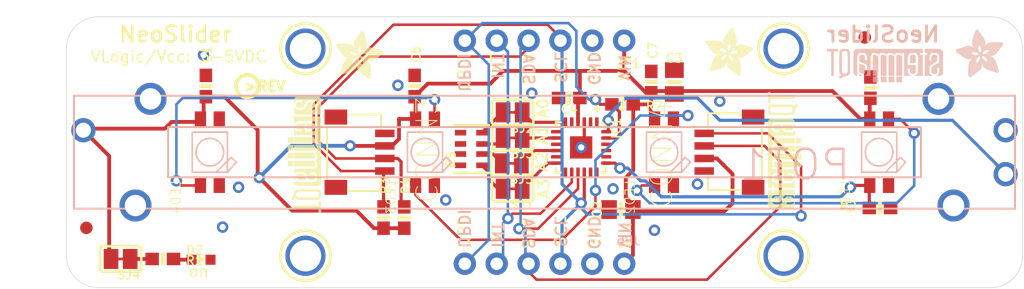
<source format=kicad_pcb>
(kicad_pcb (version 20211014) (generator pcbnew)
  (layers (0 "F.Cu" signal) (31 "B.Cu" signal) (34 "B.Paste" user) (35 "F.Paste" user) (36 "B.SilkS" user "B.Silkscreen") (37 "F.SilkS" user "F.Silkscreen") (38 "B.Mask" user) (39 "F.Mask" user) (44 "Edge.Cuts" user))
  (net 0 "")
  (net 1 "GND")
  (net 2 "NEO_IN")
  (net 3 "SDA")
  (net 4 "SCL")
  (net 5 "INT")
  (net 6 "VCC")
  (net 7 "N$1")
  (net 8 "N$2")
  (net 9 "N$3")
  (net 10 "N$4")
  (net 11 "UPDI")
  (net 12 "A0")
  (net 13 "A1")
  (net 14 "A2")
  (net 15 "A3")
  (net 16 "AIN")
  (net 17 "N$5")
  (net 18 "N$6")
  (net 19 "N$7")
  (net 20 "N$8")
  (net 21 "N$9")
  (footprint "boardEagle:ADAFRUIT_3.5MM" (layer "F.Cu") (at 131.8641 99.1616)
    (fp_text reference "U$2" hide)
    (fp_text value "" hide)
  )
  (footprint "boardEagle:PCBFEAT-REV-040" (layer "F.Cu") (at 124.8156 99.7331)
    (fp_text reference "U$25" hide)
    (fp_text value "" hide)
    (fp_text user ">REV" (at -0.3556 0.508) (layer "F.SilkS") (effects (font (size 0.8128 0.8128) (thickness 0.2032)) (justify left bottom)))
  )
  (footprint "boardEagle:0603-NO" (layer "F.Cu") (at 138.1506 99.7331 90)
    (fp_text reference "C6" (at 1.778 0.127 90) (layer "F.SilkS") (effects (font (size 0.692831 0.692831) (thickness 0.119969)) (justify left)))
    (fp_text value "1uF")
    (pad "1" smd rect (at -0.85 0 90) (size 1.075 1) (layers "F.Cu" "F.Paste" "F.Mask") (net 6 "VCC"))
    (pad "2" smd rect (at 0.85 0 90) (size 1.075 1) (layers "F.Cu" "F.Paste" "F.Mask") (net 1 "GND"))
  )
  (footprint "boardEagle:MOUNTINGHOLE_2.5_PLATED" (layer "F.Cu") (at 167.5511 113.2586)
    (fp_text reference "U$19" hide)
    (fp_text value "MOUNTINGHOLE2.5" hide)
    (pad "P$1" thru_hole circle (at 0 0) (size 3.2 3.2) (drill 2.5) (layers *.Cu *.Mask))
  )
  (footprint "boardEagle:0603-NO" (layer "F.Cu") (at 150.4696 100.6856 180)
    (fp_text reference "C4" (at -0.762 -0.889) (layer "F.SilkS") (effects (font (size 0.692831 0.692831) (thickness 0.119969)) (justify right)))
    (fp_text value "0.1uF")
    (pad "1" smd rect (at -0.85 0 180) (size 1.075 1) (layers "F.Cu" "F.Paste" "F.Mask") (net 6 "VCC"))
    (pad "2" smd rect (at 0.85 0 180) (size 1.075 1) (layers "F.Cu" "F.Paste" "F.Mask") (net 1 "GND"))
  )
  (footprint "boardEagle:0603-NO" (layer "F.Cu") (at 135.6741 110.2106 90)
    (fp_text reference "R3" (at 1.778 0.127 90) (layer "F.SilkS") (effects (font (size 0.692831 0.692831) (thickness 0.119969)) (justify left)))
    (fp_text value "10K")
    (pad "1" smd rect (at -0.85 0 90) (size 1.075 1) (layers "F.Cu" "F.Paste" "F.Mask") (net 6 "VCC"))
    (pad "2" smd rect (at 0.85 0 90) (size 1.075 1) (layers "F.Cu" "F.Paste" "F.Mask") (net 4 "SCL"))
  )
  (footprint "boardEagle:0805-NO" (layer "F.Cu") (at 154.5971 109.5756 180)
    (fp_text reference "C2" (at 1.905 -0.762 90) (layer "F.SilkS") (effects (font (size 0.692831 0.692831) (thickness 0.119969)) (justify left)))
    (fp_text value "10uF")
    (pad "1" smd rect (at -0.95 0 180) (size 1.24 1.5) (layers "F.Cu" "F.Paste" "F.Mask") (net 6 "VCC"))
    (pad "2" smd rect (at 0.95 0 180) (size 1.24 1.5) (layers "F.Cu" "F.Paste" "F.Mask") (net 1 "GND"))
  )
  (footprint "boardEagle:STEMMAQT" (layer "F.Cu") (at 168.9481 109.4486 90)
    (fp_text reference "U$31" hide)
    (fp_text value "" hide)
  )
  (footprint "boardEagle:SOLDERJUMPER_CLOSEDWIRE" (layer "F.Cu") (at 114.7191 113.5126 180)
    (fp_text reference "SJ4" (at -1.651 -1.27) (layer "F.SilkS") (effects (font (size 0.692831 0.692831) (thickness 0.119969)) (justify right)))
    (fp_text value "")
    (pad "1" smd rect (at -0.762 0 180) (size 1.1684 1.6002) (layers "F.Cu") (net 21 "N$9"))
    (pad "2" smd rect (at 0.762 0 180) (size 1.1684 1.6002) (layers "F.Cu") (net 6 "VCC"))
    (pad "WIRE" smd rect (at 0 0) (size 0.635 0.2032) (layers "F.Cu"))
  )
  (footprint "boardEagle:0603-NO" (layer "F.Cu") (at 174.4726 99.8601 90)
    (fp_text reference "C5" (at 1.778 0.127 90) (layer "F.SilkS") (effects (font (size 0.692831 0.692831) (thickness 0.119969)) (justify left)))
    (fp_text value "1uF")
    (pad "1" smd rect (at -0.85 0 90) (size 1.075 1) (layers "F.Cu" "F.Paste" "F.Mask") (net 6 "VCC"))
    (pad "2" smd rect (at 0.85 0 90) (size 1.075 1) (layers "F.Cu" "F.Paste" "F.Mask") (net 1 "GND"))
  )
  (footprint "boardEagle:ADAFRUIT_3.5MM" (layer "F.Cu") (at 161.3281 98.9076)
    (fp_text reference "U$9" hide)
    (fp_text value "" hide)
  )
  (footprint "boardEagle:FIDUCIAL_1MM" (layer "F.Cu") (at 174.0281 95.8596)
    (fp_text reference "FID1" hide)
    (fp_text value "FIDUCIAL_1MM" hide)
    (pad "1" smd roundrect (at 0 0) (size 1 1) (layers "F.Cu" "F.Mask") (roundrect_rratio 0.5))
  )
  (footprint "boardEagle:0603-NO" (layer "F.Cu") (at 121.5136 99.7331 90)
    (fp_text reference "C1" (at 1.778 0.127 90) (layer "F.SilkS") (effects (font (size 0.692831 0.692831) (thickness 0.119969)) (justify left)))
    (fp_text value "1uF")
    (pad "1" smd rect (at -0.85 0 90) (size 1.075 1) (layers "F.Cu" "F.Paste" "F.Mask") (net 6 "VCC"))
    (pad "2" smd rect (at 0.85 0 90) (size 1.075 1) (layers "F.Cu" "F.Paste" "F.Mask") (net 1 "GND"))
  )
  (footprint "boardEagle:0603-NO" (layer "F.Cu") (at 175.2346 109.4486 180)
    (fp_text reference "R2" (at 1.778 0.127) (layer "F.SilkS") (effects (font (size 0.692831 0.692831) (thickness 0.119969)) (justify right)))
    (fp_text value "10K")
    (pad "1" smd rect (at -0.85 0 180) (size 1.075 1) (layers "F.Cu" "F.Paste" "F.Mask") (net 1 "GND"))
    (pad "2" smd rect (at 0.85 0 180) (size 1.075 1) (layers "F.Cu" "F.Paste" "F.Mask") (net 2 "NEO_IN"))
  )
  (footprint "boardEagle:FIDUCIAL_1MM" (layer "F.Cu") (at 111.9886 111.0361)
    (fp_text reference "FID2" hide)
    (fp_text value "FIDUCIAL_1MM" hide)
    (pad "1" smd roundrect (at 0 0) (size 1 1) (layers "F.Cu" "F.Mask") (roundrect_rratio 0.5))
  )
  (footprint "boardEagle:1X06_ROUND_70" (layer "F.Cu") (at 148.5011 96.1136 180)
    (fp_text reference "JP1" (at -7.6962 -1.8288) (layer "F.SilkS") (effects (font (size 0.692831 0.692831) (thickness 0.119969)) (justify right)))
    (fp_text value "")
    (pad "1" thru_hole circle (at -6.35 0 270) (size 1.778 1.778) (drill 1) (layers *.Cu *.Mask) (net 6 "VCC"))
    (pad "2" thru_hole circle (at -3.81 0 270) (size 1.778 1.778) (drill 1) (layers *.Cu *.Mask) (net 1 "GND"))
    (pad "3" thru_hole circle (at -1.27 0 270) (size 1.778 1.778) (drill 1) (layers *.Cu *.Mask) (net 4 "SCL"))
    (pad "4" thru_hole circle (at 1.27 0 270) (size 1.778 1.778) (drill 1) (layers *.Cu *.Mask) (net 3 "SDA"))
    (pad "5" thru_hole circle (at 3.81 0 270) (size 1.778 1.778) (drill 1) (layers *.Cu *.Mask) (net 5 "INT"))
    (pad "6" thru_hole circle (at 6.35 0 270) (size 1.778 1.778) (drill 1) (layers *.Cu *.Mask) (net 11 "UPDI"))
  )
  (footprint "boardEagle:MOUNTINGHOLE_2.5_PLATED" (layer "F.Cu") (at 167.5511 96.7486)
    (fp_text reference "U$3" hide)
    (fp_text value "MOUNTINGHOLE2.5" hide)
    (pad "P$1" thru_hole circle (at 0 0) (size 3.2 3.2) (drill 2.5) (layers *.Cu *.Mask))
  )
  (footprint "boardEagle:MOUNTINGHOLE_2.5_PLATED" (layer "F.Cu") (at 129.4511 96.7486)
    (fp_text reference "U$17" hide)
    (fp_text value "MOUNTINGHOLE2.5" hide)
    (pad "P$1" thru_hole circle (at 0 0) (size 3.2 3.2) (drill 2.5) (layers *.Cu *.Mask))
  )
  (footprint "boardEagle:RESPACK_4X0603" (layer "F.Cu") (at 142.6591 104.7496 90)
    (fp_text reference "R5" (at -1.6 -1.6 90) (layer "F.SilkS") (effects (font (size 0.692831 0.692831) (thickness 0.119969)) (justify left)))
    (fp_text value "10K")
    (pad "1" smd rect (at -1.3 0.85 90) (size 0.45 0.9) (layers "F.Cu" "F.Paste" "F.Mask") (net 17 "N$5"))
    (pad "2" smd rect (at -0.4 0.85 90) (size 0.45 0.9) (layers "F.Cu" "F.Paste" "F.Mask") (net 18 "N$6"))
    (pad "3" smd rect (at 0.4 0.85 90) (size 0.45 0.9) (layers "F.Cu" "F.Paste" "F.Mask") (net 19 "N$7"))
    (pad "4" smd rect (at 1.3 0.85 90) (size 0.45 0.9) (layers "F.Cu" "F.Paste" "F.Mask") (net 20 "N$8"))
    (pad "5" smd rect (at 1.3 -0.85 90) (size 0.45 0.9) (layers "F.Cu" "F.Paste" "F.Mask") (net 1 "GND"))
    (pad "6" smd rect (at 0.4 -0.85 90) (size 0.45 0.9) (layers "F.Cu" "F.Paste" "F.Mask") (net 1 "GND"))
    (pad "7" smd rect (at -0.4 -0.85 90) (size 0.45 0.9) (layers "F.Cu" "F.Paste" "F.Mask") (net 1 "GND"))
    (pad "8" smd rect (at -1.3 -0.85 90) (size 0.45 0.9) (layers "F.Cu" "F.Paste" "F.Mask") (net 1 "GND"))
  )
  (footprint "boardEagle:QFN24_4MM" (layer "F.Cu") (at 151.4221 104.6226 -90)
    (fp_text reference "IC1" (at -2.45 -2.8 90) (layer "F.SilkS") (effects (font (size 0.692831 0.692831) (thickness 0.119969)) (justify right)))
    (fp_text value "ATTINY8X7-MU")
    (pad "1" smd roundrect (at -2 -1.25 90) (size 0.8 0.28) (layers "F.Cu" "F.Paste" "F.Mask"))
    (pad "2" smd roundrect (at -2 -0.75 90) (size 0.8 0.28) (layers "F.Cu" "F.Paste" "F.Mask"))
    (pad "3" smd roundrect (at -2 -0.25 90) (size 0.8 0.28) (layers "F.Cu" "F.Paste" "F.Mask") (net 1 "GND"))
    (pad "4" smd roundrect (at -2 0.25 90) (size 0.8 0.28) (layers "F.Cu" "F.Paste" "F.Mask") (net 6 "VCC"))
    (pad "5" smd roundrect (at -2 0.75 90) (size 0.8 0.28) (layers "F.Cu" "F.Paste" "F.Mask"))
    (pad "6" smd roundrect (at -2 1.25 90) (size 0.8 0.28) (layers "F.Cu" "F.Paste" "F.Mask") (net 12 "A0"))
    (pad "7" smd roundrect (at -1.25 2) (size 0.8 0.28) (layers "F.Cu" "F.Paste" "F.Mask"))
    (pad "8" smd roundrect (at -0.75 2) (size 0.8 0.28) (layers "F.Cu" "F.Paste" "F.Mask") (net 13 "A1"))
    (pad "9" smd roundrect (at -0.25 2) (size 0.8 0.28) (layers "F.Cu" "F.Paste" "F.Mask"))
    (pad "10" smd roundrect (at 0.25 2) (size 0.8 0.28) (layers "F.Cu" "F.Paste" "F.Mask") (net 14 "A2"))
    (pad "11" smd roundrect (at 0.75 2) (size 0.8 0.28) (layers "F.Cu" "F.Paste" "F.Mask"))
    (pad "12" smd roundrect (at 1.25 2) (size 0.8 0.28) (layers "F.Cu" "F.Paste" "F.Mask") (net 15 "A3"))
    (pad "13" smd roundrect (at 2 1.25 270) (size 0.8 0.28) (layers "F.Cu" "F.Paste" "F.Mask"))
    (pad "14" smd roundrect (at 2 0.75 270) (size 0.8 0.28) (layers "F.Cu" "F.Paste" "F.Mask") (net 5 "INT"))
    (pad "15" smd roundrect (at 2 0.25 270) (size 0.8 0.28) (layers "F.Cu" "F.Paste" "F.Mask") (net 3 "SDA"))
    (pad "16" smd roundrect (at 2 -0.25 270) (size 0.8 0.28) (layers "F.Cu" "F.Paste" "F.Mask") (net 4 "SCL"))
    (pad "17" smd roundrect (at 2 -0.75 270) (size 0.8 0.28) (layers "F.Cu" "F.Paste" "F.Mask"))
    (pad "18" smd roundrect (at 2 -1.25 270) (size 0.8 0.28) (layers "F.Cu" "F.Paste" "F.Mask"))
    (pad "19" smd roundrect (at 1.25 -2 180) (size 0.8 0.28) (layers "F.Cu" "F.Paste" "F.Mask") (net 2 "NEO_IN"))
    (pad "20" smd roundrect (at 0.75 -2 180) (size 0.8 0.28) (layers "F.Cu" "F.Paste" "F.Mask"))
    (pad "21" smd roundrect (at 0.25 -2 180) (size 0.8 0.28) (layers "F.Cu" "F.Paste" "F.Mask"))
    (pad "22" smd roundrect (at -0.25 -2 180) (size 0.8 0.28) (layers "F.Cu" "F.Paste" "F.Mask"))
    (pad "23" smd roundrect (at -0.75 -2 180) (size 0.8 0.28) (layers "F.Cu" "F.Paste" "F.Mask") (net 11 "UPDI"))
    (pad "24" smd roundrect (at -1.25 -2 180) (size 0.8 0.28) (layers "F.Cu" "F.Paste" "F.Mask") (net 16 "AIN"))
    (pad "THERM" smd rect (at 0 0 270) (size 1.778 1.778) (layers "F.Cu" "F.Mask") (net 1 "GND"))
  )
  (footprint "boardEagle:JST_SH4" (layer "F.Cu") (at 163.7411 105.0036 90)
    (fp_text reference "CONN4" (at -4.6 -5.9 90) (layer "F.SilkS") (effects (font (size 1.703222 1.703222) (thickness 0.074778)) (justify left)))
    (fp_text value "STEMMA_I2C_QT" hide)
    (pad "1" smd rect (at -1.5 -2.514 180) (size 1.55 0.6) (layers "F.Cu" "F.Paste" "F.Mask") (net 1 "GND"))
    (pad "2" smd rect (at -0.5 -2.514 180) (size 1.55 0.6) (layers "F.Cu" "F.Paste" "F.Mask") (net 6 "VCC"))
    (pad "3" smd rect (at 0.5 -2.514 180) (size 1.55 0.6) (layers "F.Cu" "F.Paste" "F.Mask") (net 3 "SDA"))
    (pad "4" smd rect (at 1.5 -2.514 180) (size 1.55 0.6) (layers "F.Cu" "F.Paste" "F.Mask") (net 4 "SCL"))
    (pad "MT1" smd rect (at -2.8 1.386 180) (size 1.8 1.2) (layers "F.Cu" "F.Paste" "F.Mask") (net 1 "GND"))
    (pad "MT2" smd rect (at 2.8 1.386 180) (size 1.8 1.2) (layers "F.Cu" "F.Paste" "F.Mask") (net 1 "GND"))
  )
  (footprint "boardEagle:MOUNTINGHOLE_2.5_PLATED" (layer "F.Cu") (at 129.4511 113.2586)
    (fp_text reference "U$21" hide)
    (fp_text value "MOUNTINGHOLE2.5" hide)
    (pad "P$1" thru_hole circle (at 0 0) (size 3.2 3.2) (drill 2.5) (layers *.Cu *.Mask))
  )
  (footprint "boardEagle:STEMMAQT" (layer "F.Cu") (at 128.0541 100.5586 -90)
    (fp_text reference "U$30" hide)
    (fp_text value "" hide)
  )
  (footprint "boardEagle:0603-NO" (layer "F.Cu") (at 118.0846 113.5126)
    (fp_text reference "R1" (at 1.778 0.127) (layer "F.SilkS") (effects (font (size 0.692831 0.692831) (thickness 0.119969)) (justify left)))
    (fp_text value "10K")
    (pad "1" smd rect (at -0.85 0) (size 1.075 1) (layers "F.Cu" "F.Paste" "F.Mask") (net 21 "N$9"))
    (pad "2" smd rect (at 0.85 0) (size 1.075 1) (layers "F.Cu" "F.Paste" "F.Mask") (net 7 "N$1"))
  )
  (footprint "boardEagle:SOLDERJUMPER_CLOSEDWIRE" (layer "F.Cu") (at 145.9611 107.9246 180)
    (fp_text reference "SJ1" (at -1.778 -1.27) (layer "F.SilkS") (effects (font (size 0.692831 0.692831) (thickness 0.119969)) (justify right)))
    (fp_text value "")
    (pad "1" smd rect (at -0.762 0 180) (size 1.1684 1.6002) (layers "F.Cu") (net 15 "A3"))
    (pad "2" smd rect (at 0.762 0 180) (size 1.1684 1.6002) (layers "F.Cu") (net 17 "N$5"))
    (pad "WIRE" smd rect (at 0 0) (size 0.635 0.2032) (layers "F.Cu"))
  )
  (footprint "boardEagle:CHIPLED_0603_NOOUTLINE" (layer "F.Cu") (at 121.1326 113.5761 -90)
    (fp_text reference "D2" (at -0.762 1.27) (layer "F.SilkS") (effects (font (size 0.692831 0.692831) (thickness 0.119969)) (justify left)))
    (fp_text value "GREEN")
    (pad "A" smd rect (at 0 0.75 270) (size 0.8 0.8) (layers "F.Cu" "F.Paste" "F.Mask") (net 7 "N$1"))
    (pad "C" smd rect (at 0 -0.75 270) (size 0.8 0.8) (layers "F.Cu" "F.Paste" "F.Mask") (net 1 "GND"))
  )
  (footprint "boardEagle:0603-NO" (layer "F.Cu") (at 137.3251 110.2106 90)
    (fp_text reference "R4" (at 1.778 0.127 90) (layer "F.SilkS") (effects (font (size 0.692831 0.692831) (thickness 0.119969)) (justify left)))
    (fp_text value "10K")
    (pad "1" smd rect (at -0.85 0 90) (size 1.075 1) (layers "F.Cu" "F.Paste" "F.Mask") (net 6 "VCC"))
    (pad "2" smd rect (at 0.85 0 90) (size 1.075 1) (layers "F.Cu" "F.Paste" "F.Mask") (net 3 "SDA"))
  )
  (footprint "boardEagle:SOLDERJUMPER_CLOSEDWIRE" (layer "F.Cu") (at 145.8976 105.8926 180)
    (fp_text reference "SJ5" (at -1.778 -1.27) (layer "F.SilkS") (effects (font (size 0.692831 0.692831) (thickness 0.119969)) (justify right)))
    (fp_text value "")
    (pad "1" smd rect (at -0.762 0 180) (size 1.1684 1.6002) (layers "F.Cu") (net 14 "A2"))
    (pad "2" smd rect (at 0.762 0 180) (size 1.1684 1.6002) (layers "F.Cu") (net 18 "N$6"))
    (pad "WIRE" smd rect (at 0 0) (size 0.635 0.2032) (layers "F.Cu"))
  )
  (footprint "boardEagle:JST_SH4" (layer "F.Cu") (at 133.2611 105.0036 -90)
    (fp_text reference "CONN3" (at -4.6 -5.9 90) (layer "F.SilkS") (effects (font (size 1.703222 1.703222) (thickness 0.074778)) (justify right)))
    (fp_text value "STEMMA_I2C_QT" hide)
    (pad "1" smd rect (at -1.5 -2.514) (size 1.55 0.6) (layers "F.Cu" "F.Paste" "F.Mask") (net 1 "GND"))
    (pad "2" smd rect (at -0.5 -2.514) (size 1.55 0.6) (layers "F.Cu" "F.Paste" "F.Mask") (net 6 "VCC"))
    (pad "3" smd rect (at 0.5 -2.514) (size 1.55 0.6) (layers "F.Cu" "F.Paste" "F.Mask") (net 3 "SDA"))
    (pad "4" smd rect (at 1.5 -2.514) (size 1.55 0.6) (layers "F.Cu" "F.Paste" "F.Mask") (net 4 "SCL"))
    (pad "MT1" smd rect (at -2.8 1.386) (size 1.8 1.2) (layers "F.Cu" "F.Paste" "F.Mask") (net 1 "GND"))
    (pad "MT2" smd rect (at 2.8 1.386) (size 1.8 1.2) (layers "F.Cu" "F.Paste" "F.Mask") (net 1 "GND"))
  )
  (footprint "boardEagle:0603-NO" (layer "F.Cu") (at 154.7241 101.1936)
    (fp_text reference "R7" (at 1.778 0.127) (layer "F.SilkS") (effects (font (size 0.692831 0.692831) (thickness 0.119969)) (justify left)))
    (fp_text value "10K")
    (pad "1" smd rect (at -0.85 0) (size 1.075 1) (layers "F.Cu" "F.Paste" "F.Mask") (net 11 "UPDI"))
    (pad "2" smd rect (at 0.85 0) (size 1.075 1) (layers "F.Cu" "F.Paste" "F.Mask") (net 6 "VCC"))
  )
  (footprint "boardEagle:0805-NO" (layer "F.Cu") (at 158.8516 99.4156 90)
    (fp_text reference "C3" (at 1.905 -0.762) (layer "F.SilkS") (effects (font (size 0.692831 0.692831) (thickness 0.119969)) (justify left)))
    (fp_text value "10uF")
    (pad "1" smd rect (at -0.95 0 90) (size 1.24 1.5) (layers "F.Cu" "F.Paste" "F.Mask") (net 6 "VCC"))
    (pad "2" smd rect (at 0.95 0 90) (size 1.24 1.5) (layers "F.Cu" "F.Paste" "F.Mask") (net 1 "GND"))
  )
  (footprint "boardEagle:SOLDERJUMPER_CLOSEDWIRE" (layer "F.Cu") (at 145.9611 101.8286 180)
    (fp_text reference "SJ2" (at -1.778 -1.27) (layer "F.SilkS") (effects (font (size 0.692831 0.692831) (thickness 0.119969)) (justify right)))
    (fp_text value "")
    (pad "1" smd rect (at -0.762 0 180) (size 1.1684 1.6002) (layers "F.Cu") (net 12 "A0"))
    (pad "2" smd rect (at 0.762 0 180) (size 1.1684 1.6002) (layers "F.Cu") (net 20 "N$8"))
    (pad "WIRE" smd rect (at 0 0) (size 0.635 0.2032) (layers "F.Cu"))
  )
  (footprint "boardEagle:SOLDERJUMPER_CLOSEDWIRE" (layer "F.Cu") (at 145.9611 103.8606 180)
    (fp_text reference "SJ3" (at -1.778 -1.27) (layer "F.SilkS") (effects (font (size 0.692831 0.692831) (thickness 0.119969)) (justify right)))
    (fp_text value "")
    (pad "1" smd rect (at -0.762 0 180) (size 1.1684 1.6002) (layers "F.Cu") (net 13 "A1"))
    (pad "2" smd rect (at 0.762 0 180) (size 1.1684 1.6002) (layers "F.Cu") (net 19 "N$7"))
    (pad "WIRE" smd rect (at 0 0) (size 0.635 0.2032) (layers "F.Cu"))
  )
  (footprint "boardEagle:0603-NO" (layer "F.Cu") (at 157.0101 99.4156 90)
    (fp_text reference "C7" (at 1.778 0.127 90) (layer "F.SilkS") (effects (font (size 0.692831 0.692831) (thickness 0.119969)) (justify left)))
    (fp_text value "1uF")
    (pad "1" smd rect (at -0.85 0 90) (size 1.075 1) (layers "F.Cu" "F.Paste" "F.Mask") (net 6 "VCC"))
    (pad "2" smd rect (at 0.85 0 90) (size 1.075 1) (layers "F.Cu" "F.Paste" "F.Mask") (net 1 "GND"))
  )
  (footprint "boardEagle:NEO3535_REVERSE" (layer "B.Cu") (at 158.0261 105.0036 90)
    (fp_text reference "LED2" (at -2.1875 -2.7075 90) (layer "F.SilkS") (effects (font (size 0.739648 0.739648) (thickness 0.073152)) (justify left mirror)))
    (fp_text value "WS2812B_SK6812E" hide)
    (pad "1-VDD" smd rect (at 2.65 -0.75 90) (size 1.2 0.9) (layers "F.Cu" "F.Paste" "F.Mask") (net 6 "VCC"))
    (pad "2-DOUT" smd rect (at 2.65 0.75 90) (size 1.2 0.9) (layers "F.Cu" "F.Paste" "F.Mask") (net 9 "N$3"))
    (pad "3-GND" smd rect (at -2.65 0.75 90) (size 1.2 0.9) (layers "F.Cu" "F.Paste" "F.Mask") (net 1 "GND"))
    (pad "4-DIN" smd rect (at -2.65 -0.75 90) (size 1.2 0.9) (layers "F.Cu" "F.Paste" "F.Mask") (net 8 "N$2"))
  )
  (footprint "boardEagle:NEO3535_REVERSE" (layer "B.Cu") (at 138.9761 105.0036 90)
    (fp_text reference "LED3" (at -2.1875 -2.7075 90) (layer "F.SilkS") (effects (font (size 0.739648 0.739648) (thickness 0.073152)) (justify left mirror)))
    (fp_text value "WS2812B_SK6812E" hide)
    (pad "1-VDD" smd rect (at 2.65 -0.75 90) (size 1.2 0.9) (layers "F.Cu" "F.Paste" "F.Mask") (net 6 "VCC"))
    (pad "2-DOUT" smd rect (at 2.65 0.75 90) (size 1.2 0.9) (layers "F.Cu" "F.Paste" "F.Mask") (net 10 "N$4"))
    (pad "3-GND" smd rect (at -2.65 0.75 90) (size 1.2 0.9) (layers "F.Cu" "F.Paste" "F.Mask") (net 1 "GND"))
    (pad "4-DIN" smd rect (at -2.65 -0.75 90) (size 1.2 0.9) (layers "F.Cu" "F.Paste" "F.Mask") (net 9 "N$3"))
  )
  (footprint "boardEagle:ADAFRUIT_3.5MM" (layer "B.Cu") (at 185.0771 99.0346 180)
    (fp_text reference "U$1" hide)
    (fp_text value "" hide)
  )
  (footprint "boardEagle:SLIDE_POT_75MM" (layer "B.Cu") (at 148.5011 105.0036 180)
    (fp_text reference "POT1" (at -24.5 -1) (layer "B.SilkS") (effects (font (size 2.353056 2.353056) (thickness 0.186944)) (justify left mirror)))
    (fp_text value "SLIDE_POT_75MM")
    (pad "1" thru_hole circle (at -36.75 1.75 180) (size 1.9304 1.9304) (drill 1.2) (layers *.Cu *.Mask) (net 1 "GND"))
    (pad "2" thru_hole circle (at -36.75 -1.75 180) (size 1.9304 1.9304) (drill 1.2) (layers *.Cu *.Mask) (net 16 "AIN"))
    (pad "3" thru_hole circle (at 36.75 1.75 180) (size 1.9304 1.9304) (drill 1.2) (layers *.Cu *.Mask) (net 6 "VCC"))
    (pad "MT1" thru_hole circle (at -31.4 4.25 180) (size 2.55 2.55) (drill 1.7) (layers *.Cu *.Mask) (net 1 "GND"))
    (pad "MT2" thru_hole circle (at 31.4 4.25 180) (size 2.55 2.55) (drill 1.7) (layers *.Cu *.Mask) (net 1 "GND"))
    (pad "MT3" thru_hole circle (at -32.6 -4.25 180) (size 2.55 2.55) (drill 1.7) (layers *.Cu *.Mask) (net 1 "GND"))
    (pad "MT4" thru_hole circle (at 32.6 -4.25 180) (size 2.55 2.55) (drill 1.7) (layers *.Cu *.Mask) (net 1 "GND"))
  )
  (footprint "boardEagle:NEO3535_REVERSE" (layer "B.Cu") (at 175.1711 105.0036 90)
    (fp_text reference "LED1" (at -2.1875 -2.7075 90) (layer "F.SilkS") (effects (font (size 0.739648 0.739648) (thickness 0.073152)) (justify left mirror)))
    (fp_text value "WS2812B_SK6812E" hide)
    (pad "1-VDD" smd rect (at 2.65 -0.75 90) (size 1.2 0.9) (layers "F.Cu" "F.Paste" "F.Mask") (net 6 "VCC"))
    (pad "2-DOUT" smd rect (at 2.65 0.75 90) (size 1.2 0.9) (layers "F.Cu" "F.Paste" "F.Mask") (net 8 "N$2"))
    (pad "3-GND" smd rect (at -2.65 0.75 90) (size 1.2 0.9) (layers "F.Cu" "F.Paste" "F.Mask") (net 1 "GND"))
    (pad "4-DIN" smd rect (at -2.65 -0.75 90) (size 1.2 0.9) (layers "F.Cu" "F.Paste" "F.Mask") (net 2 "NEO_IN"))
  )
  (footprint "boardEagle:STEMMAQT" (layer "B.Cu") (at 180.2511 99.4156 180)
    (fp_text reference "U$7" hide)
    (fp_text value "" hide)
  )
  (footprint "boardEagle:1X06_ROUND_70" (layer "B.Cu") (at 148.5011 113.8936 180)
    (fp_text reference "JP5" (at -7.6962 1.8288) (layer "B.SilkS") (effects (font (size 0.692831 0.692831) (thickness 0.119969)) (justify left mirror)))
    (fp_text value "")
    (pad "1" thru_hole circle (at -6.35 0 90) (size 1.778 1.778) (drill 1) (layers *.Cu *.Mask) (net 6 "VCC"))
    (pad "2" thru_hole circle (at -3.81 0 90) (size 1.778 1.778) (drill 1) (layers *.Cu *.Mask) (net 1 "GND"))
    (pad "3" thru_hole circle (at -1.27 0 90) (size 1.778 1.778) (drill 1) (layers *.Cu *.Mask) (net 4 "SCL"))
    (pad "4" thru_hole circle (at 1.27 0 90) (size 1.778 1.778) (drill 1) (layers *.Cu *.Mask) (net 3 "SDA"))
    (pad "5" thru_hole circle (at 3.81 0 90) (size 1.778 1.778) (drill 1) (layers *.Cu *.Mask) (net 5 "INT"))
    (pad "6" thru_hole circle (at 6.35 0 90) (size 1.778 1.778) (drill 1) (layers *.Cu *.Mask) (net 11 "UPDI"))
  )
  (footprint "boardEagle:NEO3535_REVERSE" (layer "B.Cu") (at 121.8311 105.0036 90)
    (fp_text reference "LED4" (at -2.1875 -2.7075 90) (layer "F.SilkS") (effects (font (size 0.739648 0.739648) (thickness 0.073152)) (justify left mirror)))
    (fp_text value "WS2812B_SK6812E" hide)
    (pad "1-VDD" smd rect (at 2.65 -0.75 90) (size 1.2 0.9) (layers "F.Cu" "F.Paste" "F.Mask") (net 6 "VCC"))
    (pad "2-DOUT" smd rect (at 2.65 0.75 90) (size 1.2 0.9) (layers "F.Cu" "F.Paste" "F.Mask"))
    (pad "3-GND" smd rect (at -2.65 0.75 90) (size 1.2 0.9) (layers "F.Cu" "F.Paste" "F.Mask") (net 1 "GND"))
    (pad "4-DIN" smd rect (at -2.65 -0.75 90) (size 1.2 0.9) (layers "F.Cu" "F.Paste" "F.Mask") (net 10 "N$4"))
  )
  (gr_arc (start 186.6011 113.2586) (mid 185.857151 115.054651) (end 184.0611 115.7986) (layer "Edge.Cuts") (width 0.05))
  (gr_line (start 110.4011 113.2586) (end 110.4011 96.7486) (layer "Edge.Cuts") (width 0.05))
  (gr_arc (start 110.4011 96.7486) (mid 111.145049 94.952549) (end 112.9411 94.2086) (layer "Edge.Cuts") (width 0.05))
  (gr_arc (start 184.0611 94.2086) (mid 185.857151 94.952549) (end 186.6011 96.7486) (layer "Edge.Cuts") (width 0.05))
  (gr_line (start 112.9411 94.2086) (end 184.0611 94.2086) (layer "Edge.Cuts") (width 0.05))
  (gr_arc (start 112.9411 115.7986) (mid 111.145049 115.054651) (end 110.4011 113.2586) (layer "Edge.Cuts") (width 0.05))
  (gr_line (start 186.6011 96.7486) (end 186.6011 113.2586) (layer "Edge.Cuts") (width 0.05))
  (gr_line (start 184.0611 115.7986) (end 112.9411 115.7986) (layer "Edge.Cuts") (width 0.05))
  (gr_text "SCL" (at 149.7711 111.3536 -90) (layer "B.SilkS") (effects (font (size 0.87376 0.87376) (thickness 0.14224)) (justify mirror)))
  (gr_text "SDA" (at 147.2311 98.3996 -90) (layer "B.SilkS") (effects (font (size 0.87376 0.87376) (thickness 0.14224)) (justify mirror)))
  (gr_text "SCL" (at 149.7711 98.2726 -90) (layer "B.SilkS") (effects (font (size 0.87376 0.87376) (thickness 0.14224)) (justify mirror)))
  (gr_text "UPDI" (at 142.0876 98.6536 -90) (layer "B.SilkS") (effects (font (size 0.87376 0.87376) (thickness 0.14224)) (justify mirror)))
  (gr_text "VIN" (at 154.8511 111.6076 -90) (layer "B.SilkS") (effects (font (size 0.87376 0.87376) (thickness 0.14224)) (justify mirror)))
  (gr_text "GND" (at 152.4381 98.3361 -90) (layer "B.SilkS") (effects (font (size 0.87376 0.87376) (thickness 0.14224)) (justify mirror)))
  (gr_text "UPDI" (at 142.0876 111.0996 -90) (layer "B.SilkS") (effects (font (size 0.87376 0.87376) (thickness 0.14224)) (justify mirror)))
  (gr_text "INT" (at 144.7546 111.6076 -90) (layer "B.SilkS") (effects (font (size 0.87376 0.87376) (thickness 0.14224)) (justify mirror)))
  (gr_text "GND" (at 152.4381 111.4171 -90) (layer "B.SilkS") (effects (font (size 0.87376 0.87376) (thickness 0.14224)) (justify mirror)))
  (gr_text "SDA" (at 147.2311 111.4806 -90) (layer "B.SilkS") (effects (font (size 0.87376 0.87376) (thickness 0.14224)) (justify mirror)))
  (gr_text "NeoSlider" (at 175.4886 95.6056) (layer "B.SilkS") (effects (font (size 1.25222 1.25222) (thickness 0.22098)) (justify mirror)))
  (gr_text "VIN" (at 154.8511 98.2726 -90) (layer "B.SilkS") (effects (font (size 0.87376 0.87376) (thickness 0.14224)) (justify mirror)))
  (gr_text "INT" (at 144.7546 98.1456 -90) (layer "B.SilkS") (effects (font (size 0.87376 0.87376) (thickness 0.14224)) (justify mirror)))
  (gr_text "SDA" (at 147.2311 111.4806 90) (layer "F.SilkS") (effects (font (size 0.87376 0.87376) (thickness 0.14224))))
  (gr_text "GND" (at 152.4381 111.4171 90) (layer "F.SilkS") (effects (font (size 0.87376 0.87376) (thickness 0.14224))))
  (gr_text "A2" (at 148.3106 105.7656 90) (layer "F.SilkS") (effects (font (size 0.87376 0.87376) (thickness 0.14224))))
  (gr_text "SDA" (at 147.2311 98.3996 90) (layer "F.SilkS") (effects (font (size 0.87376 0.87376) (thickness 0.14224))))
  (gr_text "VIN" (at 154.8511 98.2726 90) (layer "F.SilkS") (effects (font (size 0.87376 0.87376) (thickness 0.14224))))
  (gr_text "A0" (at 148.3741 101.5111 90) (layer "F.SilkS") (effects (font (size 0.87376 0.87376) (thickness 0.14224))))
  (gr_text "UPDI" (at 142.0876 111.0996 90) (layer "F.SilkS") (effects (font (size 0.87376 0.87376) (thickness 0.14224))))
  (gr_text "A3" (at 148.4376 107.9246 90) (layer "F.SilkS") (effects (font (size 0.87376 0.87376) (thickness 0.14224))))
  (gr_text "SCL" (at 149.7711 111.3536 90) (layer "F.SilkS") (effects (font (size 0.87376 0.87376) (thickness 0.14224))))
  (gr_text "A1" (at 148.3106 103.6066 90) (layer "F.SilkS") (effects (font (size 0.87376 0.87376) (thickness 0.14224))))
  (gr_text "VLogic/Vcc: 3-5VDC" (at 119.3546 97.3836) (layer "F.SilkS") (effects (font (size 0.89408 0.89408) (thickness 0.12192))))
  (gr_text "on" (at 120.0531 115.0366) (layer "F.SilkS") (effects (font (size 0.89408 0.89408) (thickness 0.12192)) (justify left bottom)))
  (gr_text "INT" (at 144.6911 98.1456 90) (layer "F.SilkS") (effects (font (size 0.87376 0.87376) (thickness 0.14224))))
  (gr_text "INT" (at 144.7546 111.6076 90) (layer "F.SilkS") (effects (font (size 0.87376 0.87376) (thickness 0.14224))))
  (gr_text "SCL" (at 149.7711 98.2726 90) (layer "F.SilkS") (effects (font (size 0.87376 0.87376) (thickness 0.14224))))
  (gr_text "NeoSlider" (at 119.1006 95.6056) (layer "F.SilkS") (effects (font (size 1.25222 1.25222) (thickness 0.22098))))
  (gr_text "VIN" (at 154.9781 111.6076 90) (layer "F.SilkS") (effects (font (size 0.87376 0.87376) (thickness 0.14224))))
  (gr_text "GND" (at 152.4381 98.3361 90) (layer "F.SilkS") (effects (font (size 0.87376 0.87376) (thickness 0.14224))))
  (gr_text "UPDI" (at 142.0876 98.6536 90) (layer "F.SilkS") (effects (font (size 0.87376 0.87376) (thickness 0.14224))))
  (segment (start 151.6721 104.1186) (end 151.6721 102.6226) (width 0.254) (layer "F.Cu") (net 1))
  (segment (start 151.1681 104.6226) (end 150.9101 104.8806) (width 0.3048) (layer "F.Cu") (net 1))
  (segment (start 151.4221 104.3686) (end 151.6721 104.1186) (width 0.254) (layer "F.Cu") (net 1))
  (segment (start 151.4221 104.6226) (end 151.1681 104.6226) (width 0.3048) (layer "F.Cu") (net 1))
  (segment (start 151.4221 104.6226) (end 151.4221 104.3686) (width 0.254) (layer "F.Cu") (net 1))
  (via (at 160.6931 107.5436) (size 0.9064) (drill 0.5) (layers "F.Cu" "B.Cu") (net 1))
  (via (at 121.3231 97.2566) (size 0.9064) (drill 0.5) (layers "F.Cu" "B.Cu") (net 1))
  (via (at 151.4221 104.6226) (size 0.9064) (drill 0.5) (layers "F.Cu" "B.Cu") (net 1))
  (via (at 153.9621 107.9246) (size 0.9064) (drill 0.5) (layers "F.Cu" "B.Cu") (net 1))
  (via (at 162.4711 100.9396) (size 0.9064) (drill 0.5) (layers "F.Cu" "B.Cu") (net 1))
  (via (at 124.1171 107.7976) (size 0.9064) (drill 0.5) (layers "F.Cu" "B.Cu") (net 1))
  (via (at 136.8171 99.6696) (size 0.9064) (drill 0.5) (layers "F.Cu" "B.Cu") (net 1))
  (via (at 157.2641 111.2266) (size 0.9064) (drill 0.5) (layers "F.Cu" "B.Cu") (net 1))
  (via (at 122.8471 110.9726) (size 0.9064) (drill 0.5) (layers "F.Cu" "B.Cu") (net 1))
  (via (at 140.6271 108.8136) (size 0.9064) (drill 0.5) (layers "F.Cu" "B.Cu") (net 1))
  (via (at 147.4851 100.3046) (size 0.9064) (drill 0.5) (layers "F.Cu" "B.Cu") (net 1))
  (segment (start 174.4211 107.6536) (end 172.8851 107.6536) (width 0.254) (layer "F.Cu") (net 2))
  (segment (start 174.3846 107.6901) (end 174.3846 109.4486) (width 0.254) (layer "F.Cu") (net 2))
  (segment (start 172.8851 107.6536) (end 172.8851 107.7976) (width 0.254) (layer "F.Cu") (net 2))
  (segment (start 154.1103 105.8726) (end 153.4221 105.8726) (width 0.254) (layer "F.Cu") (net 2))
  (segment (start 174.4211 107.6536) (end 174.3846 107.6901) (width 0.254) (layer "F.Cu") (net 2))
  (segment (start 154.5113 106.2736) (end 154.1103 105.8726) (width 0.254) (layer "F.Cu") (net 2))
  (via (at 172.8851 107.7976) (size 0.9064) (drill 0.5) (layers "F.Cu" "B.Cu") (net 2))
  (via (at 154.5113 106.2736) (size 0.9064) (drill 0.5) (layers "F.Cu" "B.Cu") (net 2))
  (segment (start 172.8851 107.7976) (end 172.1231 108.5596) (width 0.254) (layer "B.Cu") (net 2))
  (segment (start 157.8133 108.5596) (end 156.5433 107.2896) (width 0.254) (layer "B.Cu") (net 2))
  (segment (start 156.5433 107.2896) (end 156.1623 107.2896) (width 0.254) (layer "B.Cu") (net 2))
  (segment (start 154.5113 106.2736) (end 155.1463 106.2736) (width 0.254) (layer "B.Cu") (net 2))
  (segment (start 156.1623 107.2896) (end 155.1463 106.2736) (width 0.254) (layer "B.Cu") (net 2))
  (segment (start 172.1231 108.5596) (end 157.8133 108.5596) (width 0.254) (layer "B.Cu") (net 2))
  (segment (start 147.8661 115.1636) (end 161.4551 115.1636) (width 0.2032) (layer "F.Cu") (net 3))
  (segment (start 161.4551 115.1636) (end 167.2971 109.3216) (width 0.2032) (layer "F.Cu") (net 3))
  (segment (start 151.1721 107.9166) (end 147.9891 111.0996) (width 0.2032) (layer "F.Cu") (net 3))
  (segment (start 167.2971 105.7656) (end 166.0351 104.5036) (width 0.2032) (layer "F.Cu") (net 3))
  (segment (start 130.514325 101.367825) (end 134.49855 97.3836) (width 0.2032) (layer "F.Cu") (net 3))
  (segment (start 147.2311 96.6724) (end 147.2311 96.1136) (width 0.2032) (layer "F.Cu") (net 3))
  (segment (start 146.5199 97.3836) (end 147.2311 96.6724) (width 0.2032) (layer "F.Cu") (net 3))
  (segment (start 130.514325 104.161825) (end 131.8561 105.5036) (width 0.2032) (layer "F.Cu") (net 3))
  (segment (start 130.514325 101.367825) (end 130.514325 104.161825) (width 0.2032) (layer "F.Cu") (net 3))
  (segment (start 147.2311 114.5286) (end 147.2311 113.8936) (width 0.2032) (layer "F.Cu") (net 3))
  (segment (start 166.0351 104.5036) (end 161.2271 104.5036) (width 0.2032) (layer "F.Cu") (net 3))
  (segment (start 131.8561 105.5036) (end 135.7751 105.5036) (width 0.2032) (layer "F.Cu") (net 3))
  (segment (start 134.49855 97.3836) (end 146.5199 97.3836) (width 0.2032) (layer "F.Cu") (net 3))
  (segment (start 137.0711 109.1066) (end 137.3251 109.3606) (width 0.254) (layer "F.Cu") (net 3))
  (segment (start 147.8661 115.1636) (end 147.2311 114.5286) (width 0.2032) (layer "F.Cu") (net 3))
  (segment (start 151.1721 106.6226) (end 151.1721 107.9166) (width 0.2032) (layer "F.Cu") (net 3))
  (segment (start 147.9891 111.0996) (end 146.4651 111.0996) (width 0.2032) (layer "F.Cu") (net 3))
  (segment (start 167.2971 109.3216) (end 167.2971 105.7656) (width 0.2032) (layer "F.Cu") (net 3))
  (segment (start 135.7751 105.5036) (end 136.8091 105.5036) (width 0.254) (layer "F.Cu") (net 3))
  (segment (start 136.8091 105.5036) (end 137.0711 105.7656) (width 0.254) (layer "F.Cu") (net 3))
  (segment (start 137.0711 105.7656) (end 137.0711 109.1066) (width 0.254) (layer "F.Cu") (net 3))
  (via (at 146.4651 111.0996) (size 0.9064) (drill 0.5) (layers "F.Cu" "B.Cu") (net 3))
  (segment (start 147.2311 96.1136) (end 146.5961 96.7486) (width 0.2032) (layer "B.Cu") (net 3))
  (segment (start 146.4651 111.0996) (end 146.5961 110.9686) (width 0.2032) (layer "B.Cu") (net 3))
  (segment (start 146.9771 111.0996) (end 146.9771 113.6396) (width 0.2032) (layer "B.Cu") (net 3))
  (segment (start 146.9771 113.6396) (end 147.2311 113.8936) (width 0.2032) (layer "B.Cu") (net 3))
  (segment (start 146.5961 96.7486) (end 146.5961 110.9686) (width 0.2032) (layer "B.Cu") (net 3))
  (segment (start 146.4651 111.0996) (end 146.9771 111.0996) (width 0.2032) (layer "B.Cu") (net 3))
  (segment (start 130.107925 104.330163) (end 130.107925 101.199488) (width 0.2032) (layer "F.Cu") (net 4))
  (segment (start 149.7711 95.8596) (end 149.7711 96.1136) (width 0.2032) (layer "F.Cu") (net 4))
  (segment (start 168.9481 106.1466) (end 168.9481 110.0836) (width 0.2032) (layer "F.Cu") (net 4))
  (segment (start 151.6721 106.6226) (end 151.6721 108.8176) (width 0.254) (layer "F.Cu") (net 4))
  (segment (start 132.281363 106.5036) (end 130.107925 104.330163) (width 0.2032) (layer "F.Cu") (net 4))
  (segment (start 135.7751 106.5036) (end 132.281363 106.5036) (width 0.2032) (layer "F.Cu") (net 4))
  (segment (start 148.7551 94.8436) (end 149.7711 95.8596) (width 0.2032) (layer "F.Cu") (net 4))
  (segment (start 136.463813 94.8436) (end 148.7551 94.8436) (width 0.2032) (layer "F.Cu") (net 4))
  (segment (start 166.3051 103.5036) (end 168.9481 106.1466) (width 0.2032) (layer "F.Cu") (net 4))
  (segment (start 130.107925 101.199488) (end 136.463813 94.8436) (width 0.2032) (layer "F.Cu") (net 4))
  (segment (start 135.6741 106.6046) (end 135.6741 109.3606) (width 0.254) (layer "F.Cu") (net 4))
  (segment (start 161.2271 103.5036) (end 166.3051 103.5036) (width 0.2032) (layer "F.Cu") (net 4))
  (segment (start 135.7751 106.5036) (end 135.6741 106.6046) (width 0.254) (layer "F.Cu") (net 4))
  (segment (start 151.6721 108.8176) (end 151.4221 109.0676) (width 0.254) (layer "F.Cu") (net 4))
  (via (at 168.9481 110.0836) (size 0.9064) (drill 0.5) (layers "F.Cu" "B.Cu") (net 4))
  (via (at 151.4221 109.0676) (size 0.9064) (drill 0.5) (layers "F.Cu" "B.Cu") (net 4))
  (segment (start 149.7711 96.1136) (end 149.8981 96.2406) (width 0.254) (layer "B.Cu") (net 4))
  (segment (start 149.8981 96.2406) (end 149.8981 107.5436) (width 0.254) (layer "B.Cu") (net 4))
  (segment (start 151.4221 109.0676) (end 151.4221 109.4486) (width 0.254) (layer "B.Cu") (net 4))
  (segment (start 149.8981 107.5436) (end 151.4221 109.0676) (width 0.254) (layer "B.Cu") (net 4))
  (segment (start 149.8981 110.5916) (end 151.4221 109.0676) (width 0.254) (layer "B.Cu") (net 4))
  (segment (start 151.9301 109.9566) (end 151.4221 109.4486) (width 0.254) (layer "B.Cu") (net 4))
  (segment (start 168.8211 109.9566) (end 151.9301 109.9566) (width 0.2032) (layer "B.Cu") (net 4))
  (segment (start 168.9481 110.0836) (end 168.8211 109.9566) (width 0.2032) (layer "B.Cu") (net 4))
  (segment (start 149.8981 113.7666) (end 149.8981 110.5916) (width 0.254) (layer "B.Cu") (net 4))
  (segment (start 149.7711 113.8936) (end 149.8981 113.7666) (width 0.254) (layer "B.Cu") (net 4))
  (segment (start 150.6721 106.6226) (end 150.6721 107.4046) (width 0.2032) (layer "F.Cu") (net 5))
  (segment (start 150.6721 107.4046) (end 148.173313 109.903387) (width 0.2032) (layer "F.Cu") (net 5))
  (segment (start 145.9651 109.903387) (end 145.5841 110.284387) (width 0.2032) (layer "F.Cu") (net 5))
  (segment (start 148.173313 109.903387) (end 145.9651 109.903387) (width 0.2032) (layer "F.Cu") (net 5))
  (via (at 145.5841 110.284387) (size 0.9064) (drill 0.5) (layers "F.Cu" "B.Cu") (net 5))
  (segment (start 145.5841 110.284387) (end 145.1991 110.669387) (width 0.2032) (layer "B.Cu") (net 5))
  (segment (start 145.1991 110.669387) (end 145.1991 113.3856) (width 0.2032) (layer "B.Cu") (net 5))
  (segment (start 144.6911 96.1136) (end 145.5841 97.0066) (width 0.2032) (layer "B.Cu") (net 5))
  (segment (start 145.1991 113.3856) (end 144.6911 113.8936) (width 0.2032) (layer "B.Cu") (net 5))
  (segment (start 145.5841 97.0066) (end 145.5841 110.284387) (width 0.2032) (layer "B.Cu") (net 5))
  (segment (start 157.0101 100.2656) (end 157.1449 100.1308) (width 0.3048) (layer "F.Cu") (net 6))
  (segment (start 162.246909 105.5036) (end 163.4871 106.74379) (width 0.3048) (layer "F.Cu") (net 6))
  (segment (start 138.2261 102.3536) (end 138.2261 100.6586) (width 0.3048) (layer "F.Cu") (net 6))
  (segment (start 139.1911 99.5426) (end 144.1831 99.5426) (width 0.3048) (layer "F.Cu") (net 6))
  (segment (start 158.8516 100.1943) (end 158.9151 100.1308) (width 0.3048) (layer "F.Cu") (net 6))
  (segment (start 151.3196 98.5266) (end 151.3196 100.6856) (width 0.3048) (layer "F.Cu") (net 6))
  (segment (start 121.3351 100.7616) (end 121.3351 102.0996) (width 0.3048) (layer "F.Cu") (net 6))
  (segment (start 161.2271 105.5036) (end 162.246909 105.5036) (width 0.3048) (layer "F.Cu") (net 6))
  (segment (start 154.8511 98.5266) (end 156.8001 100.4756) (width 0.3048) (layer "F.Cu") (net 6))
  (segment (start 113.8056 105.3081) (end 111.7511 103.2536) (width 0.3048) (layer "F.Cu") (net 6))
  (segment (start 155.5471 109.1946) (end 155.5471 109.5756) (width 0.3048) (layer "F.Cu") (net 6))
  (segment (start 155.5471 109.5756) (end 155.5471 113.1976) (width 0.3048) (layer "F.Cu") (net 6))
  (segment (start 158.9151 100.1308) (end 171.448609 100.1308) (width 0.3048) (layer "F.Cu") (net 6))
  (segment (start 118.2471 103.1266) (end 111.8781 103.1266) (width 0.3048) (layer "F.Cu") (net 6))
  (segment (start 156.9711 102.0486) (end 157.2761 102.3536) (width 0.3048) (layer "F.Cu") (net 6))
  (segment (start 136.9057 103.950894) (end 136.352994 104.5036) (width 0.3048) (layer "F.Cu") (net 6))
  (segment (start 155.6741 109.7026) (end 155.5471 109.5756) (width 0.3048) (layer "F.Cu") (net 6))
  (segment (start 162.8521 109.7026) (end 155.6741 109.7026) (width 0.3048) (layer "F.Cu") (net 6))
  (segment (start 113.9571 113.5126) (end 113.8056 113.3611) (width 0.3048) (layer "F.Cu") (net 6))
  (segment (start 151.1721 100.9681) (end 151.1046 100.9006) (width 0.3048) (layer "F.Cu") (net 6))
  (segment (start 163.4871 109.0676) (end 162.8521 109.7026) (width 0.3048) (layer "F.Cu") (net 6))
  (segment (start 145.1991 98.5266) (end 151.3196 98.5266) (width 0.3048) (layer "F.Cu") (net 6))
  (segment (start 151.1721 100.9681) (end 151.1721 102.6226) (width 0.3048) (layer "F.Cu") (net 6))
  (segment (start 154.8511 96.1136) (end 154.8511 98.5266) (width 0.3048) (layer "F.Cu") (net 6))
  (segment (start 121.3351 100.7616) (end 121.5136 100.5831) (width 0.3048) (layer "F.Cu") (net 6))
  (segment (start 133.5151 109.6636) (end 128.3961 109.6636) (width 0.3048) (layer "F.Cu") (net 6))
  (segment (start 128.3961 109.6636) (end 125.7681 107.0356) (width 0.3048) (layer "F.Cu") (net 6))
  (segment (start 135.6741 111.0606) (end 134.9121 111.0606) (width 0.3048) (layer "F.Cu") (net 6))
  (segment (start 157.1449 100.1308) (end 158.9151 100.1308) (width 0.3048) (layer "F.Cu") (net 6))
  (segment (start 174.4211 102.3536) (end 173.671409 102.3536) (width 0.3048) (layer "F.Cu") (net 6))
  (segment (start 113.8056 113.3611) (end 113.8056 105.3081) (width 0.3048) (layer "F.Cu") (net 6))
  (segment (start 118.7831 102.5906) (end 120.8441 102.5906) (width 0.3048) (layer "F.Cu") (net 6))
  (segment (start 134.9121 111.0606) (end 133.5151 109.6636) (width 0.3048) (layer "F.Cu") (net 6))
  (segment (start 155.5741 101.1936) (end 156.9711 101.1936) (width 0.3048) (layer "F.Cu") (net 6))
  (segment (start 158.8516 100.3656) (end 158.8516 100.1943) (width 0.3048) (layer "F.Cu") (net 6))
  (segment (start 156.9711 101.1936) (end 156.9711 102.0486) (width 0.3048) (layer "F.Cu") (net 6))
  (segment (start 151.3196 98.5266) (end 154.8511 98.5266) (width 0.3048) (layer "F.Cu") (net 6))
  (segment (start 155.5741 101.1936) (end 155.5741 106.4396) (width 0.3048) (layer "F.Cu") (net 6))
  (segment (start 138.1506 100.5831) (end 139.1911 99.5426) (width 0.3048) (layer "F.Cu") (net 6))
  (segment (start 144.1831 99.5426) (end 145.1991 98.5266) (width 0.3048) (layer "F.Cu") (net 6))
  (segment (start 136.921575 102.3536) (end 136.9057 102.369475) (width 0.3048) (layer "F.Cu") (net 6))
  (segment (start 174.4726 100.7101) (end 174.4211 100.7616) (width 0.3048) (layer "F.Cu") (net 6))
  (segment (start 120.8441 102.5906) (end 121.0811 102.3536) (width 0.3048) (layer "F.Cu") (net 6))
  (segment (start 133.0151 104.5036) (end 133.0071 104.4956) (width 0.3048) (layer "F.Cu") (net 6))
  (segment (start 154.8511 113.8936) (end 155.5471 113.1976) (width 0.3048) (layer "F.Cu") (net 6))
  (segment (start 157.0101 101.2326) (end 156.9711 101.1936) (width 0.3048) (layer "F.Cu") (net 6))
  (segment (start 136.9057 102.369475) (end 136.9057 103.950894) (width 0.3048) (layer "F.Cu") (net 6))
  (segment (start 156.8001 100.4756) (end 157.0101 100.2656) (width 0.3048) (layer "F.Cu") (net 6))
  (segment (start 111.7511 103.2536) (end 111.8781 103.1266) (width 0.3048) (layer "F.Cu") (net 6))
  (segment (start 155.5471 109.1946) (end 154.9781 108.6256) (width 0.3048) (layer "F.Cu") (net 6))
  (segment (start 173.671409 102.3536) (end 171.448609 100.1308) (width 0.3048) (layer "F.Cu") (net 6))
  (segment (start 125.7681 107.0356) (end 125.6411 106.9086) (width 0.3048) (layer "F.Cu") (net 6))
  (segment (start 125.6411 103.2256) (end 125.6411 106.9086) (width 0.3048) (layer "F.Cu") (net 6))
  (segment (start 151.3196 100.6856) (end 151.1046 100.9006) (width 0.3048) (layer "F.Cu") (net 6))
  (segment (start 154.9781 107.0356) (end 154.9781 108.6256) (width 0.3048) (layer "F.Cu") (net 6))
  (segment (start 118.2471 103.1266) (end 118.7831 102.5906) (width 0.3048) (layer "F.Cu") (net 6))
  (segment (start 157.0101 100.2656) (end 157.0101 101.2326) (width 0.3048) (layer "F.Cu") (net 6))
  (segment (start 135.7751 104.5036) (end 133.0151 104.5036) (width 0.3048) (layer "F.Cu") (net 6))
  (segment (start 121.5136 100.5831) (end 122.9986 100.5831) (width 0.3048) (layer "F.Cu") (net 6))
  (segment (start 122.9986 100.5831) (end 125.6411 103.2256) (width 0.3048) (layer "F.Cu") (net 6))
  (segment (start 138.2261 100.6586) (end 138.1506 100.5831) (width 0.3048) (layer "F.Cu") (net 6))
  (segment (start 121.0811 102.3536) (end 121.3351 102.0996) (width 0.3048) (layer "F.Cu") (net 6))
  (segment (start 136.352994 104.5036) (end 135.7751 104.5036) (width 0.3048) (layer "F.Cu") (net 6))
  (segment (start 163.4871 106.74379) (end 163.4871 109.0676) (width 0.3048) (layer "F.Cu") (net 6))
  (segment (start 138.2261 102.3536) (end 136.921575 102.3536) (width 0.3048) (layer "F.Cu") (net 6))
  (segment (start 135.6741 111.0606) (end 137.3251 111.0606) (width 0.3048) (layer "F.Cu") (net 6))
  (segment (start 174.4211 102.3536) (end 174.4211 100.7616) (width 0.3048) (layer "F.Cu") (net 6))
  (segment (start 155.5741 106.4396) (end 154.9781 107.0356) (width 0.3048) (layer "F.Cu") (net 6))
  (via (at 125.7681 107.0356) (size 0.889) (drill 0.4826) (layers "F.Cu" "B.Cu") (net 6))
  (via (at 133.0071 104.4956) (size 0.889) (drill 0.4826) (layers "F.Cu" "B.Cu") (net 6))
  (segment (start 128.3081 104.4956) (end 125.7681 107.0356) (width 0.3048) (layer "B.Cu") (net 6))
  (segment (start 133.0071 104.4956) (end 128.3081 104.4956) (width 0.3048) (layer "B.Cu") (net 6))
  (segment (start 120.3826 113.5761) (end 118.9981 113.5761) (width 0.3048) (layer "F.Cu") (net 7))
  (segment (start 118.9346 113.5126) (end 118.9981 113.5761) (width 0.3048) (layer "F.Cu") (net 7))
  (segment (start 157.2761 107.6536) (end 156.2651 107.6536) (width 0.2032) (layer "F.Cu") (net 8))
  (segment (start 177.9651 103.4796) (end 176.8391 102.3536) (width 0.2032) (layer "F.Cu") (net 8))
  (segment (start 155.8671 108.0516) (end 156.2651 107.6536) (width 0.2032) (layer "F.Cu") (net 8))
  (segment (start 176.8391 102.3536) (end 175.9211 102.3536) (width 0.2032) (layer "F.Cu") (net 8))
  (via (at 177.9651 103.4796) (size 0.9064) (drill 0.5) (layers "F.Cu" "B.Cu") (net 8))
  (via (at 155.8671 108.0516) (size 0.9064) (drill 0.5) (layers "F.Cu" "B.Cu") (net 8))
  (segment (start 177.9651 107.6706) (end 176.5681 109.0676) (width 0.2032) (layer "B.Cu") (net 8))
  (segment (start 177.9651 107.6706) (end 177.9651 103.4796) (width 0.2032) (layer "B.Cu") (net 8))
  (segment (start 156.8831 109.0676) (end 155.8671 108.0516) (width 0.2032) (layer "B.Cu") (net 8))
  (segment (start 176.5681 109.0676) (end 156.8831 109.0676) (width 0.2032) (layer "B.Cu") (net 8))
  (segment (start 138.2261 108.4156) (end 141.7991 111.9886) (width 0.2032) (layer "F.Cu") (net 9))
  (segment (start 159.9311 102.0826) (end 159.0471 102.0826) (width 0.2032) (layer "F.Cu") (net 9))
  (segment (start 152.5651 109.3216) (end 149.8981 111.9886) (width 0.2032) (layer "F.Cu") (net 9))
  (segment (start 152.5651 108.0516) (end 152.5651 109.3216) (width 0.2032) (layer "F.Cu") (net 9))
  (segment (start 149.8981 111.9886) (end 141.7991 111.9886) (width 0.2032) (layer "F.Cu") (net 9))
  (segment (start 138.2261 107.6536) (end 138.2261 108.4156) (width 0.2032) (layer "F.Cu") (net 9))
  (segment (start 159.0471 102.0826) (end 158.7761 102.3536) (width 0.2032) (layer "F.Cu") (net 9))
  (via (at 159.9311 102.0826) (size 0.9064) (drill 0.5) (layers "F.Cu" "B.Cu") (net 9))
  (via (at 152.5651 108.0516) (size 0.9064) (drill 0.5) (layers "F.Cu" "B.Cu") (net 9))
  (segment (start 156.1211 102.0826) (end 159.9311 102.0826) (width 0.2032) (layer "B.Cu") (net 9))
  (segment (start 152.5651 108.0516) (end 152.5651 105.6386) (width 0.2032) (layer "B.Cu") (net 9))
  (segment (start 156.1211 102.0826) (end 152.5651 105.6386) (width 0.2032) (layer "B.Cu") (net 9))
  (segment (start 139.7381 102.3416) (end 139.7261 102.3536) (width 0.2032) (layer "F.Cu") (net 10))
  (segment (start 119.5281 107.6536) (end 119.1641 107.2896) (width 0.2032) (layer "F.Cu") (net 10))
  (segment (start 121.0811 107.6536) (end 119.5281 107.6536) (width 0.2032) (layer "F.Cu") (net 10))
  (segment (start 139.7381 100.8126) (end 139.7381 102.3416) (width 0.2032) (layer "F.Cu") (net 10))
  (via (at 139.7381 100.8126) (size 0.9064) (drill 0.5) (layers "F.Cu" "B.Cu") (net 10))
  (via (at 119.1641 107.2896) (size 0.9064) (drill 0.5) (layers "F.Cu" "B.Cu") (net 10))
  (segment (start 119.6721 100.6856) (end 139.6111 100.6856) (width 0.2032) (layer "B.Cu") (net 10))
  (segment (start 119.1641 101.1936) (end 119.1641 107.2896) (width 0.2032) (layer "B.Cu") (net 10))
  (segment (start 119.1641 101.1936) (end 119.6721 100.6856) (width 0.2032) (layer "B.Cu") (net 10))
  (segment (start 139.6111 100.6856) (end 139.7381 100.8126) (width 0.2032) (layer "B.Cu") (net 10))
  (segment (start 154.2671 103.8726) (end 154.4701 103.6696) (width 0.254) (layer "F.Cu") (net 11))
  (segment (start 152.9461 101.1936) (end 152.5651 100.8126) (width 0.254) (layer "F.Cu") (net 11))
  (segment (start 153.4221 103.8726) (end 154.2671 103.8726) (width 0.254) (layer "F.Cu") (net 11))
  (segment (start 154.4701 101.7896) (end 153.8741 101.1936) (width 0.254) (layer "F.Cu") (net 11))
  (segment (start 153.8741 101.1936) (end 152.9461 101.1936) (width 0.254) (layer "F.Cu") (net 11))
  (segment (start 154.4701 103.6696) (end 154.4701 101.7896) (width 0.254) (layer "F.Cu") (net 11))
  (via (at 152.5651 100.8126) (size 0.9064) (drill 0.5) (layers "F.Cu" "B.Cu") (net 11))
  (segment (start 151.0411 95.3516) (end 151.0411 99.7966) (width 0.2032) (layer "B.Cu") (net 11))
  (segment (start 142.1511 96.1136) (end 144.0561 98.0186) (width 0.2032) (layer "B.Cu") (net 11))
  (segment (start 152.0571 100.8126) (end 152.5651 100.8126) (width 0.2032) (layer "B.Cu") (net 11))
  (segment (start 152.0571 100.8126) (end 151.0411 99.7966) (width 0.2032) (layer "B.Cu") (net 11))
  (segment (start 144.0561 98.0186) (end 144.0561 111.9886) (width 0.2032) (layer "B.Cu") (net 11))
  (segment (start 143.5481 94.7166) (end 150.4061 94.7166) (width 0.2032) (layer "B.Cu") (net 11))
  (segment (start 150.4061 94.7166) (end 151.0411 95.3516) (width 0.2032) (layer "B.Cu") (net 11))
  (segment (start 144.0561 111.9886) (end 142.1511 113.8936) (width 0.2032) (layer "B.Cu") (net 11))
  (segment (start 142.1511 96.1136) (end 143.5481 94.7166) (width 0.2032) (layer "B.Cu") (net 11))
  (segment (start 150.1721 102.6226) (end 147.5171 102.6226) (width 0.254) (layer "F.Cu") (net 12))
  (segment (start 147.5171 102.6226) (end 146.7231 101.8286) (width 0.254) (layer "F.Cu") (net 12))
  (segment (start 149.4221 103.8726) (end 146.7351 103.8726) (width 0.254) (layer "F.Cu") (net 13))
  (segment (start 146.7351 103.8726) (end 146.7231 103.8606) (width 0.254) (layer "F.Cu") (net 13))
  (segment (start 147.6796 104.8726) (end 149.4221 104.8726) (width 0.254) (layer "F.Cu") (net 14))
  (segment (start 146.6596 105.8926) (end 147.6796 104.8726) (width 0.254) (layer "F.Cu") (net 14))
  (segment (start 148.7751 105.8726) (end 149.4221 105.8726) (width 0.254) (layer "F.Cu") (net 15))
  (segment (start 146.7231 107.9246) (end 148.7751 105.8726) (width 0.254) (layer "F.Cu") (net 15))
  (segment (start 153.5811 103.340604) (end 153.549103 103.3726) (width 0.254) (layer "F.Cu") (net 16))
  (segment (start 153.5811 102.4636) (end 153.5811 103.340604) (width 0.254) (layer "F.Cu") (net 16))
  (segment (start 153.4221 103.3726) (end 153.549103 103.3726) (width 0.254) (layer "F.Cu") (net 16))
  (via (at 153.5811 102.4636) (size 0.9064) (drill 0.5) (layers "F.Cu" "B.Cu") (net 16))
  (segment (start 160.6931 100.6856) (end 154.9781 100.6856) (width 0.254) (layer "B.Cu") (net 16))
  (segment (start 181.0131 102.4636) (end 185.2511 106.7016) (width 0.254) (layer "B.Cu") (net 16))
  (segment (start 154.9781 100.6856) (end 153.5811 102.0826) (width 0.254) (layer "B.Cu") (net 16))
  (segment (start 153.5811 102.4636) (end 153.5811 102.0826) (width 0.254) (layer "B.Cu") (net 16))
  (segment (start 162.4711 102.4636) (end 160.6931 100.6856) (width 0.254) (layer "B.Cu") (net 16))
  (segment (start 181.0131 102.4636) (end 162.4711 102.4636) (width 0.254) (layer "B.Cu") (net 16))
  (segment (start 185.2511 106.7016) (end 185.2511 106.7536) (width 0.3048) (layer "B.Cu") (net 16))
  (segment (start 143.5091 106.0496) (end 144.0561 106.5966) (width 0.254) (layer "F.Cu") (net 17))
  (segment (start 144.0561 107.1626) (end 144.8181 107.9246) (width 0.254) (layer "F.Cu") (net 17))
  (segment (start 144.8181 107.9246) (end 145.1991 107.9246) (width 0.254) (layer "F.Cu") (net 17))
  (segment (start 144.0561 106.5966) (end 144.0561 107.1626) (width 0.254) (layer "F.Cu") (net 17))
  (segment (start 143.5091 105.1496) (end 144.3926 105.1496) (width 0.254) (layer "F.Cu") (net 18))
  (segment (start 144.3926 105.1496) (end 145.1356 105.8926) (width 0.254) (layer "F.Cu") (net 18))
  (segment (start 144.7101 104.3496) (end 145.1991 103.8606) (width 0.254) (layer "F.Cu") (net 19))
  (segment (start 143.5091 104.3496) (end 144.7101 104.3496) (width 0.254) (layer "F.Cu") (net 19))
  (segment (start 145.1301 101.8286) (end 145.1991 101.8286) (width 0.254) (layer "F.Cu") (net 20))
  (segment (start 143.5091 103.4496) (end 145.1301 101.8286) (width 0.254) (layer "F.Cu") (net 20))
  (segment (start 117.2346 113.5126) (end 115.4811 113.5126) (width 0.3048) (layer "F.Cu") (net 21))
)
</source>
